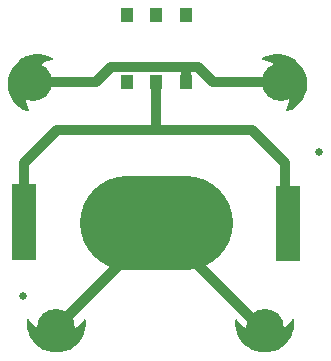
<source format=gbr>
G04 EAGLE Gerber RS-274X export*
G75*
%MOMM*%
%FSLAX34Y34*%
%LPD*%
%INTop Copper*%
%IPPOS*%
%AMOC8*
5,1,8,0,0,1.08239X$1,22.5*%
G01*
%ADD10R,2.032000X3.175000*%
%ADD11C,8.000000*%
%ADD12C,3.216000*%
%ADD13R,1.000000X1.150000*%
%ADD14C,0.635000*%
%ADD15C,1.016000*%
%ADD16C,0.812800*%
%ADD17C,0.254000*%

G36*
X255396Y3327D02*
X255396Y3327D01*
X255486Y3345D01*
X255550Y3348D01*
X259099Y4109D01*
X259185Y4141D01*
X259248Y4154D01*
X262639Y5449D01*
X262719Y5493D01*
X262780Y5516D01*
X265932Y7314D01*
X265946Y7325D01*
X265961Y7332D01*
X266010Y7373D01*
X266061Y7401D01*
X268902Y9661D01*
X268964Y9727D01*
X269016Y9767D01*
X271477Y12433D01*
X271529Y12508D01*
X271574Y12556D01*
X273599Y15568D01*
X273639Y15649D01*
X273676Y15703D01*
X275217Y18989D01*
X275243Y19076D01*
X275272Y19135D01*
X276292Y22618D01*
X276305Y22708D01*
X276324Y22770D01*
X276800Y26368D01*
X276799Y26460D01*
X276809Y26524D01*
X276729Y30152D01*
X276720Y30206D01*
X276721Y30260D01*
X276697Y30345D01*
X276683Y30433D01*
X276660Y30482D01*
X276646Y30534D01*
X276599Y30609D01*
X276561Y30690D01*
X276525Y30730D01*
X276497Y30776D01*
X276431Y30836D01*
X276373Y30903D01*
X276327Y30931D01*
X276287Y30968D01*
X276208Y31007D01*
X276133Y31055D01*
X276081Y31070D01*
X276032Y31094D01*
X275945Y31110D01*
X275860Y31135D01*
X275806Y31135D01*
X275753Y31145D01*
X275664Y31135D01*
X275576Y31136D01*
X275524Y31121D01*
X275470Y31115D01*
X275388Y31082D01*
X275302Y31058D01*
X275256Y31029D01*
X275206Y31009D01*
X275151Y30964D01*
X275061Y30907D01*
X274998Y30838D01*
X274947Y30796D01*
X272192Y27621D01*
X269068Y24918D01*
X265591Y22686D01*
X261833Y20972D01*
X257869Y19809D01*
X253780Y19222D01*
X249648Y19222D01*
X245559Y19809D01*
X241595Y20972D01*
X237837Y22686D01*
X234360Y24918D01*
X231236Y27621D01*
X228481Y30796D01*
X228440Y30831D01*
X228406Y30873D01*
X228333Y30924D01*
X228266Y30982D01*
X228217Y31005D01*
X228173Y31036D01*
X228089Y31064D01*
X228008Y31102D01*
X227955Y31110D01*
X227904Y31127D01*
X227815Y31132D01*
X227727Y31145D01*
X227674Y31138D01*
X227620Y31141D01*
X227533Y31120D01*
X227445Y31109D01*
X227396Y31088D01*
X227343Y31075D01*
X227266Y31031D01*
X227184Y30996D01*
X227143Y30962D01*
X227096Y30935D01*
X227034Y30872D01*
X226965Y30815D01*
X226935Y30771D01*
X226897Y30732D01*
X226855Y30654D01*
X226804Y30581D01*
X226787Y30530D01*
X226762Y30482D01*
X226748Y30412D01*
X226715Y30311D01*
X226711Y30217D01*
X226699Y30152D01*
X226619Y26524D01*
X226630Y26433D01*
X226628Y26368D01*
X227104Y22770D01*
X227128Y22682D01*
X227136Y22618D01*
X228156Y19135D01*
X228194Y19052D01*
X228211Y18989D01*
X229752Y15703D01*
X229802Y15627D01*
X229829Y15568D01*
X231854Y12556D01*
X231915Y12488D01*
X231951Y12433D01*
X234412Y9767D01*
X234483Y9709D01*
X234526Y9661D01*
X237367Y7401D01*
X237402Y7381D01*
X237423Y7361D01*
X237465Y7340D01*
X237496Y7314D01*
X240648Y5516D01*
X240733Y5482D01*
X240789Y5449D01*
X244180Y4154D01*
X244268Y4133D01*
X244329Y4109D01*
X247878Y3348D01*
X247968Y3341D01*
X248032Y3327D01*
X251655Y3116D01*
X251722Y3122D01*
X251773Y3116D01*
X255396Y3327D01*
G37*
G36*
X79120Y3327D02*
X79120Y3327D01*
X79210Y3345D01*
X79274Y3348D01*
X82823Y4109D01*
X82909Y4141D01*
X82972Y4154D01*
X86363Y5449D01*
X86443Y5493D01*
X86504Y5516D01*
X89656Y7314D01*
X89670Y7325D01*
X89685Y7332D01*
X89734Y7373D01*
X89785Y7401D01*
X92626Y9661D01*
X92688Y9727D01*
X92740Y9767D01*
X95201Y12433D01*
X95253Y12508D01*
X95298Y12556D01*
X97323Y15568D01*
X97363Y15649D01*
X97400Y15703D01*
X98941Y18989D01*
X98967Y19076D01*
X98996Y19135D01*
X100016Y22618D01*
X100029Y22708D01*
X100048Y22770D01*
X100524Y26368D01*
X100523Y26460D01*
X100533Y26524D01*
X100453Y30152D01*
X100444Y30206D01*
X100445Y30260D01*
X100421Y30345D01*
X100407Y30433D01*
X100384Y30482D01*
X100370Y30534D01*
X100323Y30609D01*
X100285Y30690D01*
X100249Y30730D01*
X100221Y30776D01*
X100155Y30836D01*
X100097Y30903D01*
X100051Y30931D01*
X100011Y30968D01*
X99932Y31007D01*
X99857Y31055D01*
X99805Y31070D01*
X99756Y31094D01*
X99669Y31110D01*
X99584Y31135D01*
X99530Y31135D01*
X99477Y31145D01*
X99388Y31135D01*
X99300Y31136D01*
X99248Y31121D01*
X99194Y31115D01*
X99112Y31082D01*
X99026Y31058D01*
X98980Y31029D01*
X98930Y31009D01*
X98875Y30964D01*
X98785Y30907D01*
X98722Y30838D01*
X98671Y30796D01*
X95916Y27621D01*
X92792Y24918D01*
X89315Y22686D01*
X85557Y20972D01*
X81593Y19809D01*
X77504Y19222D01*
X73372Y19222D01*
X69283Y19809D01*
X65319Y20972D01*
X61561Y22686D01*
X58084Y24918D01*
X54960Y27621D01*
X52205Y30796D01*
X52164Y30831D01*
X52130Y30873D01*
X52057Y30924D01*
X51990Y30982D01*
X51941Y31005D01*
X51897Y31036D01*
X51813Y31064D01*
X51732Y31102D01*
X51679Y31110D01*
X51628Y31127D01*
X51539Y31132D01*
X51451Y31145D01*
X51398Y31138D01*
X51344Y31141D01*
X51257Y31120D01*
X51169Y31109D01*
X51120Y31088D01*
X51067Y31075D01*
X50990Y31031D01*
X50908Y30996D01*
X50867Y30962D01*
X50820Y30935D01*
X50758Y30872D01*
X50689Y30815D01*
X50659Y30771D01*
X50621Y30732D01*
X50579Y30654D01*
X50528Y30581D01*
X50511Y30530D01*
X50486Y30482D01*
X50472Y30412D01*
X50439Y30311D01*
X50435Y30217D01*
X50423Y30152D01*
X50343Y26524D01*
X50354Y26433D01*
X50352Y26368D01*
X50828Y22770D01*
X50852Y22682D01*
X50860Y22618D01*
X51880Y19135D01*
X51918Y19052D01*
X51935Y18989D01*
X53476Y15703D01*
X53526Y15627D01*
X53553Y15568D01*
X55578Y12556D01*
X55639Y12488D01*
X55675Y12433D01*
X58136Y9767D01*
X58207Y9709D01*
X58250Y9661D01*
X61091Y7401D01*
X61126Y7381D01*
X61147Y7361D01*
X61189Y7340D01*
X61220Y7314D01*
X64372Y5516D01*
X64457Y5482D01*
X64513Y5449D01*
X67904Y4154D01*
X67992Y4133D01*
X68053Y4109D01*
X71602Y3348D01*
X71692Y3341D01*
X71756Y3327D01*
X75379Y3116D01*
X75446Y3122D01*
X75497Y3116D01*
X79120Y3327D01*
G37*
G36*
X270672Y207114D02*
X270672Y207114D01*
X270726Y207111D01*
X270796Y207129D01*
X270901Y207141D01*
X270987Y207177D01*
X271052Y207194D01*
X274374Y208655D01*
X274451Y208703D01*
X274511Y208728D01*
X277571Y210680D01*
X277640Y210739D01*
X277696Y210774D01*
X280421Y213171D01*
X280480Y213240D01*
X280530Y213282D01*
X282857Y216067D01*
X282905Y216145D01*
X282947Y216194D01*
X284821Y219302D01*
X284857Y219386D01*
X284891Y219441D01*
X286268Y222800D01*
X286290Y222888D01*
X286316Y222948D01*
X287163Y226477D01*
X287171Y226568D01*
X287187Y226631D01*
X287485Y230248D01*
X287480Y230339D01*
X287486Y230404D01*
X287227Y234024D01*
X287208Y234113D01*
X287204Y234178D01*
X286395Y237716D01*
X286362Y237801D01*
X286348Y237865D01*
X285008Y241237D01*
X284974Y241296D01*
X284958Y241344D01*
X283236Y244539D01*
X283182Y244612D01*
X283152Y244670D01*
X280962Y247564D01*
X280897Y247628D01*
X280859Y247681D01*
X278252Y250206D01*
X278178Y250260D01*
X278132Y250306D01*
X275170Y252403D01*
X275089Y252444D01*
X275036Y252483D01*
X271788Y254102D01*
X271701Y254131D01*
X271644Y254161D01*
X268186Y255265D01*
X268097Y255280D01*
X268035Y255301D01*
X264449Y255863D01*
X264358Y255865D01*
X264294Y255876D01*
X260665Y255883D01*
X260574Y255871D01*
X260509Y255872D01*
X256921Y255324D01*
X256834Y255298D01*
X256770Y255289D01*
X253308Y254200D01*
X253225Y254161D01*
X253163Y254142D01*
X249908Y252536D01*
X249864Y252506D01*
X249814Y252484D01*
X249747Y252426D01*
X249673Y252376D01*
X249639Y252334D01*
X249598Y252299D01*
X249549Y252225D01*
X249492Y252157D01*
X249471Y252107D01*
X249441Y252062D01*
X249414Y251978D01*
X249379Y251896D01*
X249372Y251843D01*
X249356Y251791D01*
X249354Y251702D01*
X249342Y251614D01*
X249350Y251561D01*
X249349Y251507D01*
X249372Y251421D01*
X249385Y251333D01*
X249408Y251284D01*
X249422Y251232D01*
X249467Y251156D01*
X249504Y251075D01*
X249540Y251034D01*
X249567Y250988D01*
X249632Y250927D01*
X249690Y250860D01*
X249736Y250831D01*
X249775Y250794D01*
X249840Y250763D01*
X249929Y250705D01*
X250018Y250678D01*
X250078Y250650D01*
X254120Y249494D01*
X257890Y247805D01*
X261382Y245597D01*
X264524Y242915D01*
X267253Y239814D01*
X269514Y236356D01*
X271260Y232612D01*
X272455Y228658D01*
X273077Y224574D01*
X273111Y220443D01*
X272558Y216349D01*
X271429Y212375D01*
X269716Y208537D01*
X269701Y208485D01*
X269677Y208436D01*
X269662Y208349D01*
X269637Y208263D01*
X269638Y208209D01*
X269628Y208156D01*
X269638Y208068D01*
X269638Y207979D01*
X269653Y207927D01*
X269659Y207873D01*
X269693Y207791D01*
X269717Y207706D01*
X269746Y207660D01*
X269767Y207610D01*
X269822Y207541D01*
X269869Y207466D01*
X269910Y207430D01*
X269943Y207387D01*
X270015Y207336D01*
X270082Y207277D01*
X270131Y207254D01*
X270174Y207222D01*
X270258Y207193D01*
X270338Y207154D01*
X270392Y207146D01*
X270443Y207128D01*
X270531Y207122D01*
X270619Y207108D01*
X270672Y207114D01*
G37*
G36*
X51235Y207118D02*
X51235Y207118D01*
X51324Y207119D01*
X51376Y207134D01*
X51430Y207140D01*
X51512Y207174D01*
X51597Y207199D01*
X51642Y207229D01*
X51692Y207249D01*
X51762Y207305D01*
X51836Y207353D01*
X51872Y207393D01*
X51914Y207427D01*
X51965Y207499D01*
X52024Y207566D01*
X52047Y207615D01*
X52078Y207659D01*
X52107Y207743D01*
X52145Y207823D01*
X52154Y207877D01*
X52171Y207928D01*
X52176Y208016D01*
X52190Y208104D01*
X52184Y208158D01*
X52186Y208212D01*
X52168Y208281D01*
X52156Y208386D01*
X52119Y208472D01*
X52102Y208537D01*
X50389Y212375D01*
X49260Y216349D01*
X48707Y220443D01*
X48741Y224574D01*
X49363Y228658D01*
X50558Y232612D01*
X52304Y236356D01*
X54565Y239814D01*
X57294Y242915D01*
X60436Y245597D01*
X62431Y246858D01*
X62431Y246859D01*
X63928Y247805D01*
X67698Y249494D01*
X71740Y250650D01*
X71789Y250671D01*
X71842Y250685D01*
X71918Y250729D01*
X71999Y250765D01*
X72041Y250800D01*
X72088Y250827D01*
X72149Y250891D01*
X72217Y250948D01*
X72247Y250993D01*
X72284Y251032D01*
X72326Y251111D01*
X72375Y251185D01*
X72391Y251236D01*
X72417Y251284D01*
X72435Y251371D01*
X72462Y251455D01*
X72463Y251509D01*
X72474Y251562D01*
X72467Y251651D01*
X72470Y251740D01*
X72456Y251792D01*
X72452Y251846D01*
X72421Y251929D01*
X72398Y252015D01*
X72371Y252061D01*
X72352Y252112D01*
X72299Y252183D01*
X72254Y252260D01*
X72214Y252297D01*
X72182Y252340D01*
X72124Y252382D01*
X72047Y252455D01*
X71964Y252497D01*
X71910Y252536D01*
X68655Y254142D01*
X68568Y254170D01*
X68510Y254200D01*
X65048Y255289D01*
X64959Y255304D01*
X64897Y255324D01*
X61309Y255872D01*
X61218Y255873D01*
X61153Y255883D01*
X57524Y255876D01*
X57434Y255863D01*
X57369Y255863D01*
X53783Y255301D01*
X53696Y255274D01*
X53632Y255265D01*
X50174Y254161D01*
X50092Y254121D01*
X50030Y254102D01*
X46782Y252483D01*
X46707Y252431D01*
X46648Y252403D01*
X43686Y250306D01*
X43620Y250243D01*
X43566Y250206D01*
X40959Y247681D01*
X40904Y247609D01*
X40856Y247564D01*
X38666Y244670D01*
X38622Y244590D01*
X38582Y244539D01*
X36860Y241344D01*
X36837Y241281D01*
X36810Y241237D01*
X35470Y237865D01*
X35448Y237776D01*
X35423Y237716D01*
X34614Y234178D01*
X34606Y234087D01*
X34591Y234024D01*
X34332Y230404D01*
X34339Y230313D01*
X34333Y230248D01*
X34631Y226631D01*
X34651Y226542D01*
X34655Y226477D01*
X35502Y222948D01*
X35536Y222863D01*
X35550Y222800D01*
X36927Y219441D01*
X36973Y219363D01*
X36997Y219302D01*
X38871Y216194D01*
X38928Y216123D01*
X38961Y216067D01*
X41288Y213282D01*
X41356Y213221D01*
X41397Y213171D01*
X44122Y210774D01*
X44198Y210724D01*
X44247Y210680D01*
X47307Y208728D01*
X47390Y208690D01*
X47444Y208655D01*
X50766Y207194D01*
X50818Y207179D01*
X50867Y207156D01*
X50955Y207141D01*
X51040Y207117D01*
X51094Y207117D01*
X51147Y207108D01*
X51235Y207118D01*
G37*
D10*
X48260Y129540D03*
D11*
X135020Y113030D02*
X185020Y113030D01*
D10*
X271780Y96520D03*
X48260Y97790D03*
X271780Y128270D03*
D12*
X75438Y24130D03*
X251714Y24130D03*
X55880Y232410D03*
X265938Y232410D03*
D13*
X135020Y232100D03*
X160020Y232100D03*
X185020Y232100D03*
X135020Y288600D03*
X160020Y288600D03*
X185020Y288600D03*
D14*
X297840Y173152D03*
X47523Y51257D03*
D15*
X50800Y128270D03*
X50800Y97790D03*
X269240Y128270D03*
X269240Y97790D03*
D16*
X160020Y191770D02*
X76200Y191770D01*
X160020Y191770D02*
X241300Y191770D01*
X50800Y97790D02*
X48260Y97790D01*
X160020Y191770D02*
X160020Y232100D01*
D17*
X269240Y128270D02*
X271780Y128270D01*
D16*
X76200Y191770D02*
X48260Y163830D01*
X48260Y129540D02*
X48260Y125730D01*
X45720Y123190D01*
X45720Y127000D01*
X241300Y191770D02*
X269240Y163830D01*
X48260Y163830D02*
X48260Y129540D01*
X50800Y127000D02*
X50800Y97790D01*
X50800Y127000D02*
X48260Y129540D01*
X50800Y128270D02*
X50800Y127000D01*
X269240Y128270D02*
X269240Y163830D01*
X269240Y128270D02*
X269240Y97790D01*
X271780Y97790D01*
X276860Y92710D01*
X276860Y101600D01*
X276860Y105410D01*
X276860Y101600D02*
X271780Y96520D01*
X109220Y232410D02*
X55880Y232410D01*
X109220Y232410D02*
X121920Y245110D01*
X185420Y245110D01*
X195580Y245110D01*
X208280Y232410D01*
X265938Y232410D01*
X185020Y232100D02*
X185020Y244710D01*
X185420Y245110D01*
X160020Y113030D02*
X160020Y108712D01*
X75438Y24130D01*
X248920Y24130D02*
X251714Y24130D01*
X248920Y24130D02*
X160020Y113030D01*
M02*

</source>
